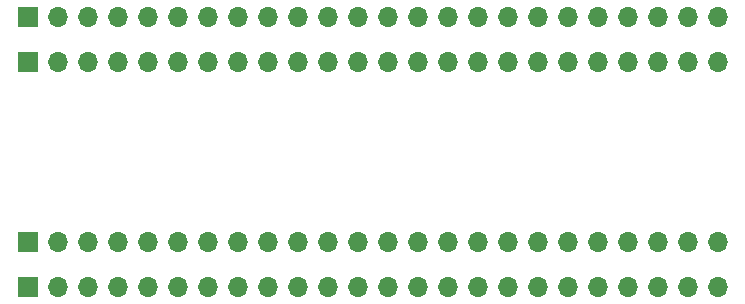
<source format=gbr>
%TF.GenerationSoftware,KiCad,Pcbnew,7.0.2*%
%TF.CreationDate,2023-07-04T13:12:25+09:00*%
%TF.ProjectId,TangNano9K5V,54616e67-4e61-46e6-9f39-4b35562e6b69,rev?*%
%TF.SameCoordinates,Original*%
%TF.FileFunction,Soldermask,Bot*%
%TF.FilePolarity,Negative*%
%FSLAX46Y46*%
G04 Gerber Fmt 4.6, Leading zero omitted, Abs format (unit mm)*
G04 Created by KiCad (PCBNEW 7.0.2) date 2023-07-04 13:12:25*
%MOMM*%
%LPD*%
G01*
G04 APERTURE LIST*
%ADD10R,1.700000X1.700000*%
%ADD11O,1.700000X1.700000*%
G04 APERTURE END LIST*
D10*
%TO.C,J2*%
X2540000Y-2540000D03*
D11*
X5080000Y-2540000D03*
X7620000Y-2540000D03*
X10160000Y-2540000D03*
X12700000Y-2540000D03*
X15240000Y-2540000D03*
X17780000Y-2540000D03*
X20320000Y-2540000D03*
X22860000Y-2540000D03*
X25400000Y-2540000D03*
X27940000Y-2540000D03*
X30480000Y-2540000D03*
X33020000Y-2540000D03*
X35560000Y-2540000D03*
X38100000Y-2540000D03*
X40640000Y-2540000D03*
X43180000Y-2540000D03*
X45720000Y-2540000D03*
X48260000Y-2540000D03*
X50800000Y-2540000D03*
X53340000Y-2540000D03*
X55880000Y-2540000D03*
X58420000Y-2540000D03*
X60960000Y-2540000D03*
%TD*%
D10*
%TO.C,J1*%
X2540000Y-25400000D03*
D11*
X5080000Y-25400000D03*
X7620000Y-25400000D03*
X10160000Y-25400000D03*
X12700000Y-25400000D03*
X15240000Y-25400000D03*
X17780000Y-25400000D03*
X20320000Y-25400000D03*
X22860000Y-25400000D03*
X25400000Y-25400000D03*
X27940000Y-25400000D03*
X30480000Y-25400000D03*
X33020000Y-25400000D03*
X35560000Y-25400000D03*
X38100000Y-25400000D03*
X40640000Y-25400000D03*
X43180000Y-25400000D03*
X45720000Y-25400000D03*
X48260000Y-25400000D03*
X50800000Y-25400000D03*
X53340000Y-25400000D03*
X55880000Y-25400000D03*
X58420000Y-25400000D03*
X60960000Y-25400000D03*
%TD*%
D10*
%TO.C,J4*%
X2540000Y-6350000D03*
D11*
X5080000Y-6350000D03*
X7620000Y-6350000D03*
X10160000Y-6350000D03*
X12700000Y-6350000D03*
X15240000Y-6350000D03*
X17780000Y-6350000D03*
X20320000Y-6350000D03*
X22860000Y-6350000D03*
X25400000Y-6350000D03*
X27940000Y-6350000D03*
X30480000Y-6350000D03*
X33020000Y-6350000D03*
X35560000Y-6350000D03*
X38100000Y-6350000D03*
X40640000Y-6350000D03*
X43180000Y-6350000D03*
X45720000Y-6350000D03*
X48260000Y-6350000D03*
X50800000Y-6350000D03*
X53340000Y-6350000D03*
X55880000Y-6350000D03*
X58420000Y-6350000D03*
X60960000Y-6350000D03*
%TD*%
D10*
%TO.C,J3*%
X2540000Y-21590000D03*
D11*
X5080000Y-21590000D03*
X7620000Y-21590000D03*
X10160000Y-21590000D03*
X12700000Y-21590000D03*
X15240000Y-21590000D03*
X17780000Y-21590000D03*
X20320000Y-21590000D03*
X22860000Y-21590000D03*
X25400000Y-21590000D03*
X27940000Y-21590000D03*
X30480000Y-21590000D03*
X33020000Y-21590000D03*
X35560000Y-21590000D03*
X38100000Y-21590000D03*
X40640000Y-21590000D03*
X43180000Y-21590000D03*
X45720000Y-21590000D03*
X48260000Y-21590000D03*
X50800000Y-21590000D03*
X53340000Y-21590000D03*
X55880000Y-21590000D03*
X58420000Y-21590000D03*
X60960000Y-21590000D03*
%TD*%
M02*

</source>
